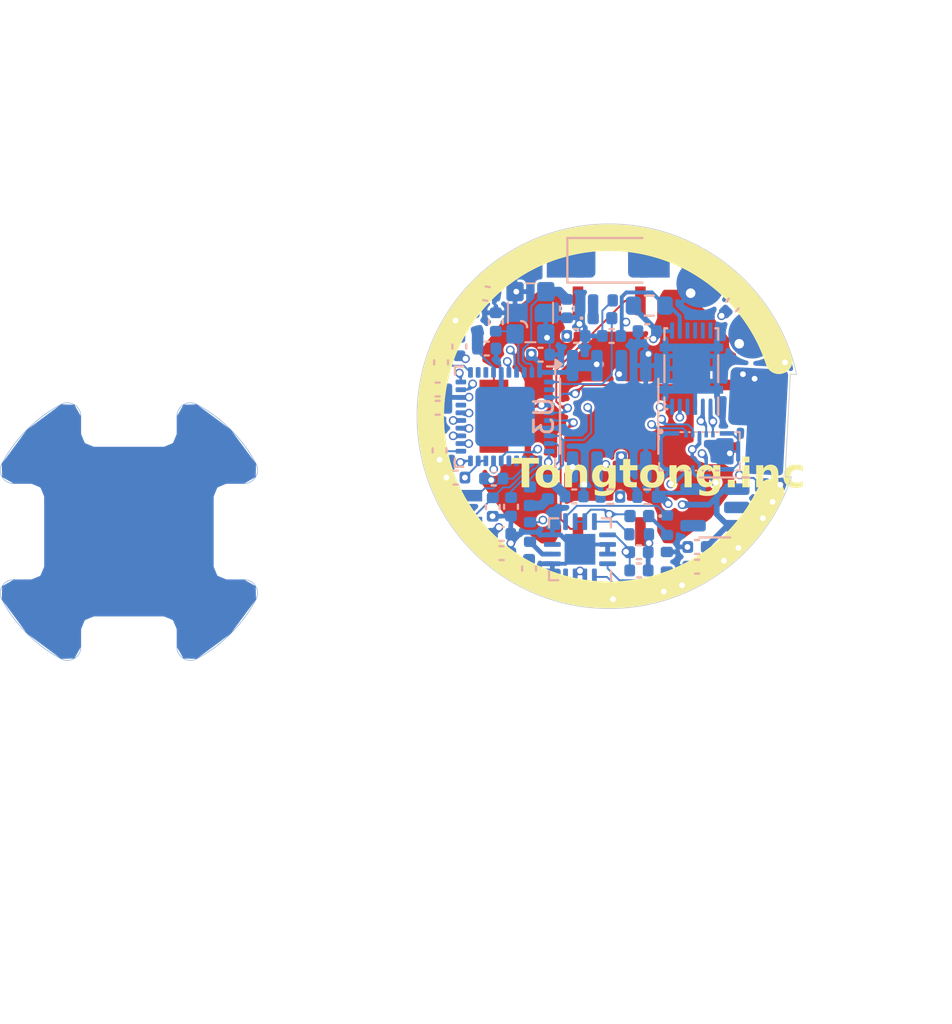
<source format=kicad_pcb>
(kicad_pcb (version 20240108) (generator "pcbnew") (generator_version "8.0")
  (layers (0 "F.Cu" signal) (1 "In1.Cu" signal) (2 "In2.Cu" signal) (31 "B.Cu" signal) (34 "B.Paste" user) (35 "F.Paste" user) (36 "B.SilkS" user "B.Silkscreen") (37 "F.SilkS" user "F.Silkscreen") (38 "B.Mask" user) (39 "F.Mask" user) (44 "Edge.Cuts" user))
  (net 0 "")
  (net 1 "GND")
  (net 2 "VDD_nRF")
  (net 3 "VBUS")
  (net 4 "BLUE_LED")
  (net 5 "Net-(D1-K)")
  (net 6 "swc")
  (net 7 "swd")
  (net 8 "OUT")
  (net 9 "vBAT")
  (net 10 "1.8V")
  (net 11 "Batteryin")
  (net 12 "Net-(D2-K)")
  (net 13 "Net-(AE1-A)")
  (net 14 "P0.15")
  (net 15 "P0.17")
  (net 16 "CE")
  (net 17 "RESET")
  (net 18 "P0.20")
  (net 19 "Net-(U2-P0.00{slash}XL1)")
  (net 20 "Net-(U2-P0.01{slash}XL2)")
  (net 21 "Net-(U2-DEC1)")
  (net 22 "Net-(U2-DECUSB)")
  (net 23 "Net-(U2-DEC4)")
  (net 24 "Net-(U2-DEC5)")
  (net 25 "Net-(U2-ANT)")
  (net 26 "Net-(U2-XC2)")
  (net 27 "Net-(U2-XC1)")
  (net 28 "Net-(U2-DEC3)")
  (net 29 "Net-(C19-Pad2)")
  (net 30 "Net-(L1-Pad1)")
  (net 31 "Net-(U2-DCC)")
  (net 32 "Net-(U5-ILIM)")
  (net 33 "Net-(U5-ISET)")
  (net 34 "Net-(U5-EN1)")
  (net 35 "Net-(U5-~{CHG})")
  (net 36 "Net-(U5-TS)")
  (net 42 "DIR")
  (net 43 "ASOUT")
  (net 47 "P0.28")
  (net 48 "P0.29")
  (net 49 "P0.30")
  (net 52 "D-")
  (net 53 "D+")
  (net 54 "TS")
  (net 55 "GPOUT")
  (net 56 "P0.31")
  (footprint "Library:SMDButton" (layer "F.Cu") (at 171 89)
    (property "Reference" "U9" (hide yes))
    (property "Value" "Button")
  )
  (footprint "Library:SMDButton" (layer "F.Cu") (at 177 95 90)
    (property "Reference" "U10" (hide yes))
    (property "Value" "Button")
  )
  (footprint "" (layer "F.Cu") (at 178.99 98.62)
    (property "Reference" "")
    (property "Value" "")
  )
  (footprint "" (layer "F.Cu") (at 179.121196 96.534972 -3)
    (property "Reference" "")
    (property "Value" "")
  )
  (footprint "Library:SMDButton" (layer "F.Cu") (at 171 101 180)
    (property "Reference" "U6" (hide yes))
    (property "Value" "Button")
  )
  (footprint "" (layer "F.Cu") (at 178.755903 94.012005 -3)
    (property "Reference" "")
    (property "Value" "")
  )
  (footprint "Library:SMDButton" (layer "F.Cu") (at 165 95 -90)
    (property "Reference" "U8" (hide yes))
    (property "Value" "Button")
  )
  (footprint "Capacitor_SMD:C_0402_1005Metric" (layer "B.Cu") (at 177.410589 89.214411 45)
    (property "Reference" "C12" (hide yes))
    (property "Value" "0.47uF")
  )
  (footprint "Capacitor_SMD:C_0402_1005Metric" (layer "B.Cu") (at 164.99 98.24 180)
    (property "Reference" "C3" (hide yes))
    (property "Value" "12pF")
  )
  (footprint "Capacitor_SMD:C_0402_1005Metric" (layer "B.Cu") (at 175.575 102.825 180)
    (property "Reference" "C26" (hide yes))
    (property "Value" "10uF")
  )
  (footprint "Library:pogo_T1836" (layer "B.Cu") (at 178.45 90.75 180)
    (property "Reference" "REF**" (hide yes))
    (property "Value" "pogo_T1836")
  )
  (footprint "Inductor_SMD:L_0402_1005Metric" (layer "B.Cu") (at 167.232342 86.533382 22)
    (property "Reference" "L4" (hide yes))
    (property "Value" "2.2nH")
  )
  (footprint "Library:Resistor_0402_1005M-nosilk" (layer "B.Cu") (at 166.88 101.02 -90)
    (property "Reference" "R7" (hide yes))
    (property "Value" "10K")
  )
  (footprint "Resistor_SMD:R_0603_1608Metric" (layer "B.Cu") (at 173.086772 89.247942)
    (property "Reference" "R1" (hide yes))
    (property "Value" "0.01")
  )
  (footprint "LED_SMD:LED_0402_1005Metric" (layer "B.Cu") (at 170.65 89.9)
    (property "Reference" "D1" (hide yes))
    (property "Value" "BLUE")
  )
  (footprint "RF_Antenna:Johanson_2450AT18x100" (layer "B.Cu") (at 171.132653 86.889827)
    (property "Reference" "AE1" (hide yes))
    (property "Value" "Antenna")
  )
  (footprint "Inductor_SMD:L_0402_1005Metric" (layer "B.Cu") (at 164.022792 90.112453 104)
    (property "Reference" "L3" (hide yes))
    (property "Value" "4.7nH")
  )
  (footprint "Capacitor_SMD:C_0402_1005Metric" (layer "B.Cu") (at 165.397995 101.12)
    (property "Reference" "C21" (hide yes))
    (property "Value" "1uF")
  )
  (footprint "Capacitor_SMD:C_0402_1005Metric" (layer "B.Cu") (at 171.125 90.825 180)
    (property "Reference" "C4" (hide yes))
    (property "Value" "1uF")
  )
  (footprint "Inductor_SMD:L_0402_1005Metric" (layer "B.Cu") (at 166.87 99.16 90)
    (property "Reference" "L1" (hide yes))
    (property "Value" "10uH")
  )
  (footprint "Library:BK13C06-10DS" (layer "B.Cu") (at 175.7 96.825)
    (property "Reference" "U7" (hide yes))
    (property "Value" "~")
  )
  (footprint "Capacitor_SMD:C_0402_1005Metric" (layer "B.Cu") (at 168.8 89.4 90)
    (property "Reference" "C16" (hide yes))
    (property "Value" "12pF")
  )
  (footprint "Capacitor_SMD:C_0402_1005Metric" (layer "B.Cu") (at 165.1 90.1 -90)
    (property "Reference" "C17" (hide yes))
    (property "Value" "12pF")
  )
  (footprint "Capacitor_SMD:C_0402_1005Metric" (layer "B.Cu") (at 164.94 99.72 -90)
    (property "Reference" "C2" (hide yes))
    (property "Value" "12pF")
  )
  (footprint "Inductor_SMD:L_0402_1005Metric" (layer "B.Cu") (at 167.81 98.81 -90)
    (property "Reference" "L2" (hide yes))
    (property "Value" "15nH")
  )
  (footprint "Package_DFN_QFN:VQFN-16-1EP_3x3mm_P0.5mm_EP1.6x1.6mm" (layer "B.Cu") (at 169.48 101.92 90)
    (property "Reference" "U5" (hide yes))
    (property "Value" "BQ24075RGT")
  )
  (footprint "Library:crystal 32mhz" (layer "B.Cu") (at 166.9 89.62 90)
    (property "Reference" "X2" (hide yes))
    (property "Value" "32MHZ")
  )
  (footprint "Library:Crystal_SMD_2012-2Pin_2.0x1.2mm" (layer "B.Cu") (at 163.84 99.83 90)
    (property "Reference" "X1")
    (property "Value" "32.768 kHz")
  )
  (footprint "Library:Resistor_0402_1005M-nosilk" (layer "B.Cu") (at 174.011227 100.666601 -90)
    (property "Reference" "R9" (hide yes))
    (property "Value" "180")
  )
  (footprint "Capacitor_SMD:C_0402_1005Metric" (layer "B.Cu") (at 169.275 90.825 180)
    (property "Reference" "C18" (hide yes))
    (property "Value" "100pF")
  )
  (footprint "Resistor_SMD:R_0402_1005Metric" (layer "B.Cu") (at 172.98 99.19 180)
    (property "Reference" "R8" (hide yes))
    (property "Value" "4.7K")
  )
  (footprint "Capacitor_SMD:C_0402_1005Metric" (layer "B.Cu") (at 163.01 98.19 180)
    (property "Reference" "C13" (hide yes))
    (property "Value" "100nF")
  )
  (footprint "Capacitor_SMD:C_0402_1005Metric" (layer "B.Cu") (at 167.425 91.8)
    (property "Reference" "C23" (hide yes))
    (property "Value" "1uF")
  )
  (footprint "Capacitor_SMD:C_0402_1005Metric" (layer "B.Cu") (at 163.2 91.375 90)
    (property "Reference" "C9" (hide yes))
    (property "Value" "1uF")
  )
  (footprint "Capacitor_SMD:C_0402_1005Metric" (layer "B.Cu") (at 164.611464 88.623255 170)
    (property "Reference" "C19" (hide yes))
    (property "Value" "1.2pF")
  )
  (footprint "Library:pogo_T1836" (layer "B.Cu") (at 175.75 88.1 180)
    (property "Reference" "REF**" (hide yes))
    (property "Value" "pogo_T1836")
  )
  (footprint "Library:Resistor_0402_1005M-nosilk" (layer "B.Cu") (at 172.595453 104.031759)
    (property "Reference" "TH1" (hide yes))
    (property "Value" "10K")
  )
  (footprint "Capacitor_SMD:C_0402_1005Metric" (layer "B.Cu") (at 165.4 102.12)
    (property "Reference" "C20" (hide yes))
    (property "Value" "100nF")
  )
  (footprint "Capacitor_SMD:C_0402_1005Metric" (layer "B.Cu") (at 172.55 102.07)
    (property "Reference" "C6" (hide yes))
    (property "Value" "4.7uF")
  )
  (footprint "Library:QFN-40-1EP_5x5mm_P0.4mm_EP3.6x3.6mm" (layer "B.Cu") (at 165.58 95.02 90)
    (property "Reference" "U2" (hide yes))
    (property "Value" "nrf52833_qfn40")
  )
  (footprint "Capacitor_SMD:C_0402_1005Metric" (layer "B.Cu") (at 172.55 103.02)
    (property "Reference" "C24" (hide yes))
    (property "Value" "1uF")
  )
  (footprint "Capacitor_SMD:C_0402_1005Metric" (layer "B.Cu") (at 165.89 99.71 -90)
    (property "Reference" "C5" (hide yes))
    (property "Value" "100nF")
  )
  (footprint "Library:Resistor_0402_1005M-nosilk" (layer "B.Cu") (at 174.001959 102.56867 90)
    (property "Reference" "R5" (hide yes))
    (property "Value" "590")
  )
  (footprint "Library:Resistor_0402_1005M-nosilk" (layer "B.Cu") (at 172.56 101.14)
    (property "Reference" "R4" (hide yes))
    (property "Value" "1.1k")
  )
  (footprint "Capacitor_SMD:C_0402_1005Metric" (layer "B.Cu") (at 164.63 91.48 180)
    (property "Reference" "C15" (hide yes))
    (property "Value" "1pF")
  )
  (footprint "Capacitor_SMD:C_0402_1005Metric" (layer "B.Cu") (at 172.98 90.575)
    (property "Reference" "C25" (hide yes))
    (property "Value" "10uF")
  )
  (footprint "Capacitor_SMD:C_0402_1005Metric" (layer "B.Cu") (at 162.07 94.558966 180)
    (property "Reference" "C7" (hide yes))
    (property "Value" "1uF")
  )
  (footprint "LED_SMD:LED_0402_1005Metric" (layer "B.Cu") (at 172.57 100.19 180)
    (property "Reference" "D2" (hide yes))
    (property "Value" "LED")
  )
  (footprint "Resistor_SMD:R_0402_1005Metric" (layer "B.Cu") (at 171.06 99.18 180)
    (property "Reference" "R6" (hide yes))
    (property "Value" "4.7K")
  )
  (footprint "Capacitor_SMD:C_0402_1005Metric" (layer "B.Cu") (at 166.83 102.92 -90)
    (property "Reference" "C10" (hide yes))
    (property "Value" "100nF")
  )
  (footprint "Capacitor_SMD:C_0402_1005Metric" (layer "B.Cu") (at 162.07 93.61)
    (property "Reference" "C1" (hide yes))
    (property "Value" "4.7uF")
  )
  (footprint "Library:SOIC-8-1EP_3.9x4.9mm_P1.27mm_EP2.514x3.2mm" (layer "B.Cu") (at 171 95 -90)
    (property "Reference" "U3")
    (property "Value" "AS5600")
  )
  (footprint "Capacitor_SMD:C_0402_1005Metric" (layer "B.Cu") (at 175.572732 101.8 180)
    (property "Reference" "C22" (hide yes))
    (property "Value" "1uF")
  )
  (footprint "Package_TO_SOT_SMD:SOT-23-5" (layer "B.Cu") (at 176.505445 99.743731 180)
    (property "Reference" "U4" (hide yes))
    (property "Value" "AP2112K-3.3")
  )
  (footprint "Capacitor_SMD:C_0402_1005Metric" (layer "B.Cu") (at 169.18 99.17)
    (property "Reference" "C11" (hide yes))
    (property "Value" "47nF")
  )
  (footprint "Library:Resistor_0402_1005M-nosilk" (layer "B.Cu") (at 170.675 88.975 180)
    (property "Reference" "R2" (hide yes))
    (property "Value" "1.5k")
  )
  (footprint "Package_SON:Texas_S-PDSO-N12" (layer "B.Cu") (at 175.275 92.525 90)
    (property "Reference" "U1" (hide yes))
    (property "Value" "BQ27441-G1")
  )
  (footprint "Capacitor_SMD:C_0402_1005Metric" (layer "B.Cu") (at 162.25 92.2 90)
    (property "Reference" "C14" (hide yes))
    (property "Value" "820pF")
  )
  (footprint "Capacitor_SMD:C_0402_1005Metric" (layer "B.Cu") (at 162.17 96.78 90)
    (property "Reference" "C8" (hide yes))
    (property "Value" "4.7uF")
  )
  (footprint "Library:Resistor_0402_1005M-nosilk" (layer "B.Cu") (at 170.613618 104.367594)
    (property "Reference" "R3" (hide yes))
    (property "Value" "100K")
  )
  (gr_line (start 143.5 95.9) (end 143.5 95.000001) (stroke (width 0.02)) (layer "B.Cu"))
  (gr_line (start 143.5 107) (end 143.5 106.099999) (stroke (width 0.02)) (layer "B.Cu"))
  (gr_arc (start 149.529412 107.617647) (mid 148.839853 107.600245) (end 148.5 107) (stroke (width 0.02)) (layer "B.Cu"))
  (gr_arc (start 163.908405 89.642102) (mid 163.989279 89.083834) (end 164.138757 88.539904) (stroke (width 0.6)) (layer "B.Cu") (net 29))
  (gr_arc (start 142.470588 94.382353) (mid 143.160147 94.399755) (end 143.5 95.000001) (stroke (width 0.02)) (layer "B.Cu"))
  (gr_arc (start 140 98.5) (mid 139.399755 98.160147) (end 139.382353 97.470588) (stroke (width 0.02)) (layer "B.Cu"))
  (gr_arc (start 141.6 102.800001) (mid 141.394974 103.294975) (end 140.9 103.5) (stroke (width 0.02)) (layer "B.Cu"))
  (gr_line (start 147.8 96.6) (end 144.199999 96.6) (stroke (width 0.02)) (layer "B.Cu"))
  (gr_arc (start 164.138756 88.539904) (mid 165.294028 87.385993) (end 166.782658 86.715066) (stroke (width 0.6)) (layer "B.Cu") (net 29))
  (gr_arc (start 139.382353 104.529412) (mid 139.399755 103.839853) (end 140.000001 103.5) (stroke (width 0.02)) (layer "B.Cu"))
  (gr_poly (pts (xy 152 98.5) (xy 152.600245 98.160147) (xy 152.617647 97.470588) (xy 151.303301 95.696699) (xy 149.529412 94.382353) (xy 148.839853 94.399755) (xy 148.5 95) (xy 148.5 95.9) (xy 148.294975 96.394975) (xy 147.8 96.6) (xy 144.199999 96.6) (xy 143.705025 96.394975) (xy 143.5 95.9) (xy 143.5 95.000001) (xy 143.160147 94.399755) (xy 142.470588 94.382353) (xy 140.696699 95.696699) (xy 139.382353 97.470588) (xy 139.399755 98.160147) (xy 140 98.5) (xy 140.900001 98.5) (xy 141.394975 98.705025) (xy 141.6 99.199998) (xy 141.6 102.800001) (xy 141.394975 103.294975) (xy 140.9 103.5) (xy 140.000001 103.5) (xy 139.399755 103.839853) (xy 139.382353 104.529412) (xy 140.696699 106.303301) (xy 142.470588 107.617647) (xy 143.160147 107.600245) (xy 143.5 107) (xy 143.5 106.099999) (xy 143.705025 105.605025) (xy 144.199998 105.4) (xy 147.8 105.4) (xy 148.294975 105.605025) (xy 148.5 106.1) (xy 148.5 107) (xy 148.839853 107.600245) (xy 149.529412 107.617647) (xy 151.303301 106.303301) (xy 152.617647 104.529412) (xy 152.600245 103.839853) (xy 152 103.5) (xy 151.1 103.5) (xy 150.605025 103.294975) (xy 150.4 102.8) (xy 150.4 99.2) (xy 150.605025 98.705025) (xy 151.1 98.5)) (fill solid) (layer "B.Cu"))
  (gr_arc (start 142.470588 107.617647) (mid 140.696699 106.303301) (end 139.382353 104.529412) (stroke (width 0.02)) (layer "B.Cu"))
  (gr_arc (start 152 103.5) (mid 152.600245 103.839853) (end 152.617647 104.529412) (stroke (width 0.02)) (layer "B.Cu"))
  (gr_arc (start 147.8 105.4) (mid 148.294975 105.605025) (end 148.5 106.1) (stroke (width 0.02)) (layer "B.Cu"))
  (gr_arc (start 148.5 95) (mid 148.839853 94.399755) (end 149.529412 94.382353) (stroke (width 0.02)) (layer "B.Cu"))
  (gr_line (start 151.1 98.5) (end 152 98.5) (stroke (width 0.02)) (layer "B.Cu"))
  (gr_line (start 148.5 95) (end 148.5 95.9) (stroke (width 0.02)) (layer "B.Cu"))
  (gr_line (start 150.4 102.8) (end 150.4 99.2) (stroke (width 0.02)) (layer "B.Cu"))
  (gr_line (start 140.9 103.5) (end 140.000001 103.5) (stroke (width 0.02)) (layer "B.Cu"))
  (gr_line (start 144.199998 105.4) (end 147.8 105.4) (stroke (width 0.02)) (layer "B.Cu"))
  (gr_line (start 141.6 99.199998) (end 141.6 102.800001) (stroke (width 0.02)) (layer "B.Cu"))
  (gr_arc (start 144.199999 96.6) (mid 143.705025 96.394974) (end 143.5 95.9) (stroke (width 0.02)) (layer "B.Cu"))
  (gr_arc (start 152.617647 97.470588) (mid 152.600245 98.160147) (end 152 98.5) (stroke (width 0.02)) (layer "B.Cu"))
  (gr_line (start 152 103.5) (end 151.1 103.5) (stroke (width 0.02)) (layer "B.Cu"))
  (gr_rect (start 167.75221 85.989827) (end 169.682653 87.789827) (fill solid) (layer "B.Cu") (net 13))
  (gr_arc (start 140.900001 98.5) (mid 141.394974 98.705025) (end 141.6 99.199998) (stroke (width 0.02)) (layer "B.Cu"))
  (gr_arc (start 151.1 103.5) (mid 150.605025 103.294975) (end 150.4 102.8) (stroke (width 0.02)) (layer "B.Cu"))
  (gr_poly (pts (xy 174.15221 85.989827) (xy 172.582653 85.989827) (xy 172.582653 87.789827) (xy 174.15221 87.789827)) (fill solid) (layer "B.Cu"))
  (gr_arc (start 149.529412 94.382353) (mid 151.303301 95.696699) (end 152.617647 97.470588) (stroke (width 0.02)) (layer "B.Cu"))
  (gr_line (start 140 98.5) (end 140.900001 98.5) (stroke (width 0.02)) (layer "B.Cu"))
  (gr_arc (start 139.382353 97.470588) (mid 140.696699 95.696699) (end 142.470588 94.382353) (stroke (width 0.02)) (layer "B.Cu"))
  (gr_arc (start 148.5 95.9) (mid 148.294975 96.394975) (end 147.8 96.6) (stroke (width 0.02)) (layer "B.Cu"))
  (gr_line (start 148.5 106.1) (end 148.5 107) (stroke (width 0.02)) (layer "B.Cu"))
  (gr_arc (start 143.5 106.099999) (mid 143.705025 105.605026) (end 144.199998 105.4) (stroke (width 0.02)) (layer "B.Cu"))
  (gr_arc (start 150.4 99.2) (mid 150.605025 98.705025) (end 151.1 98.5) (stroke (width 0.02)) (layer "B.Cu"))
  (gr_arc (start 152.617647 104.529412) (mid 151.303301 106.303301) (end 149.529412 107.617647) (stroke (width 0.02)) (layer "B.Cu"))
  (gr_arc (start 143.5 107) (mid 143.160147 107.600245) (end 142.470588 107.617647) (stroke (width 0.02)) (layer "B.Cu"))
  (gr_arc (start 170.99996 85.700041) (mid 176.456607 87.469092) (end 179.837302 92.103253) (stroke (width 1.4)) (layer "F.SilkS"))
  (gr_arc (start 170.999959 85.70004) (mid 176.456606 87.469091) (end 179.837301 92.103252) (stroke (width 1.4)) (layer "F.SilkS"))
  (gr_arc (start 179.408768 98.972691) (mid 163.143892 99.977205) (end 170.99996 85.700041) (stroke (width 1.4)) (layer "F.SilkS"))
  (gr_arc (start 179.408767 98.97269) (mid 163.143889 99.977204) (end 170.999959 85.70004) (stroke (width 1.4)) (layer "F.SilkS"))
  (gr_line (start 180.486833 98.162278) (end 180.15361 98.145089) (stroke (width 0.05)) (layer "Edge.Cuts"))
  (gr_arc (start 180.486833 98.162278) (mid 161.013279 94.48482) (end 180.761871 92.830695) (stroke (width 0.05)) (layer "Edge.Cuts"))
  (gr_line (start 180.428648 92.813506) (end 180.15361 98.145089) (stroke (width 0.05)) (layer "Edge.Cuts"))
  (gr_line (start 180.761871 92.830695) (end 180.428648 92.813506) (stroke (width 0.05)) (layer "Edge.Cuts"))
  (gr_text "Tongtong.inc" (at 165.925 98.95 0) (layer "F.SilkS") (effects (font (size 1.5 1.5) (thickness 0.3) (bold yes)) (justify left bottom)))
  (segment (start 169.375 90.125) (end 169.45 90.2) (width 0.1) (layer "F.Cu") (net 1))
  (segment (start 165 93.375) (end 165 92.289829) (width 0.1) (layer "F.Cu") (net 1))
  (segment (start 169.375 89) (end 169.375 90.125) (width 0.1) (layer "F.Cu") (net 1))
  (segment (start 165 92.289829) (end 164.975281 92.26511) (width 0.1) (layer "F.Cu") (net 1))
  (via (at 164.860188 98.320188) (size 0.45) (drill 0.3) (layers "F.Cu" "B.Cu") (net 1))
  (via (at 176.974773 102.514392) (size 0.45) (drill 0.3) (layers "F.Cu" "B.Cu") (net 1))
  (via (at 175.075 101.8) (size 0.45) (drill 0.3) (layers "F.Cu" "B.Cu") (net 1))
  (via (at 180.15 92.2) (size 0.45) (drill 0.3) (layers "F.Cu" "B.Cu") (net 1))
  (via (at 162.53 98.19) (size 0.45) (drill 0.3) (layers "F.Cu" "B.Cu") (net 1))
  (via (at 162.17 97.26) (size 0.45) (drill 0.3) (layers "F.Cu" "B.Cu") (net 1))
  (via (at 173.07 101.6) (size 0.45) (drill 0.3) (layers "F.Cu" "B.Cu") (net 1))
  (via (at 163.002637 90.024235) (size 0.45) (drill 0.3) (layers "F.Cu" "B.Cu") (net 1))
  (via (at 169.7 98.55) (size 0.45) (drill 0.3) (layers "F.Cu" "B.Cu") (net 1))
  (via (at 164.93 100.2) (size 0.45) (drill 0.3) (layers "F.Cu" "B.Cu") (net 1))
  (via (at 169.45 90.2) (size 0.45) (drill 0.3) (layers "F.Cu" "B.Cu") (net 1))
  (via (at 179.911016 98.562057) (size 0.45) (drill 0.3) (layers "F.Cu" "B.Cu") (net 1))
  (via (at 174.794755 103.788534) (size 0.45) (drill 0.3) (layers "F.Cu" "B.Cu") (net 1))
  (via (at 173.847847 104.118323) (size 0.45) (drill 0.3) (layers "F.Cu" "B.Cu") (net 1))
  (via (at 179.003299 100.302672) (size 0.45) (drill 0.3) (layers "F.Cu" "B.Cu") (net 1))
  (via (at 171.19736 104.516761) (size 0.45) (drill 0.3) (layers "F.Cu" "B.Cu") (net 1))
  (via (at 166.164828 88.52) (size 0.45) (drill 0.3) (layers "F.Cu" "B.Cu") (net 1))
  (via (at 177.728879 101.845893) (size 0.45) (drill 0.3) (layers "F.Cu" "B.Cu") (net 1))
  (via (at 167.764828 90.9145) (size 0.45) (drill 0.3) (layers "F.Cu" "B.Cu") (net 1))
  (via (at 165.877995 101.606387) (size 0.45) (drill 0.3) (layers "F.Cu" "B.Cu") (net 1))
  (via (at 173.042312 91.762312) (size 0.45) (drill 0.3) (layers "F.Cu" "B.Cu") (net 1))
  (via (at 177.28 96.93) (size 0.45) (drill 0.3) (layers "F.Cu" "B.Cu") (net 1))
  (via (at 175.24 88.6) (size 0.8) (drill 0.5) (layers "F.Cu" "B.Cu") (net 1))
  (via (at 179.50516 99.451662) (size 0.45) (drill 0.3) (layers "F.Cu" "B.Cu") (net 1))
  (segment (start 169.45 90.2) (end 169.45 90.52) (width 0.1) (layer "B.Cu") (net 1))
  (segment (start 166.1 88.52) (end 166.1 88.57) (width 0.1) (layer "B.Cu") (net 1))
  (segment (start 166.18 95.62) (end 165.58 95.02) (width 0.25) (layer "B.Cu") (net 1))
  (segment (start 164.94 100.2) (end 164.93 100.2) (width 0.1) (layer "B.Cu") (net 1))
  (segment (start 165.877995 102.117995) (end 165.88 102.12) (width 0.1) (layer "B.Cu") (net 1))
  (segment (start 169.225489 101.92) (end 169.48 101.92) (width 0.25) (layer "B.Cu") (net 1))
  (segment (start 177.715 97.475) (end 177.4325 97.7575) (width 0.1) (layer "B.Cu") (net 1))
  (segment (start 167.88 95.62) (end 166.18 95.62) (width 0.25) (layer "B.Cu") (net 1))
  (segment (start 173.105453 104.031759) (end 173.761283 104.031759) (width 0.1) (layer "B.Cu") (net 1))
  (segment (start 177.475 88.6) (end 177.75 88.875) (width 0.1) (layer "B.Cu") (net 1))
  (segment (start 172.905 91.899624) (end 173.042312 91.762312) (width 0.1) (layer "B.Cu") (net 1))
  (segment (start 165.58 95.02) (end 165.485188 94.925188) (width 0.1) (layer "B.Cu") (net 1))
  (segment (start 177.385 96.825) (end 177.28 96.93) (width 0.1) (layer "B.Cu") (net 1))
  (segment (start 165.38 92.72) (end 165.38 94.82) (width 0.25) (layer "B.Cu") (net 1))
  (segment (start 170.9175 101.67) (end 169.73 101.67) (width 0.2) (layer "B.Cu") (net 1))
  (segment (start 169.45 90.52) (end 169.755 90.825) (width 0.1) (layer "B.Cu") (net 1))
  (segment (start 167.2695 101.035) (end 167.4045 101.17) (width 0.25) (layer "B.Cu") (net 1))
  (segment (start 164.590188 98.320188) (end 164.51 98.24) (width 0.1) (layer "B.Cu") (net 1))
  (segment (start 169.66 99.17) (end 169.66 98.59) (width 0.1) (layer "B.Cu") (net 1))
  (segment (start 172.905 92.3625) (end 172.905 91.899624) (width 0.1) (layer "B.Cu") (net 1))
  (segment (start 162.53 98.19) (end 162.54 98.18) (width 0.1) (layer "B.Cu") (net 1))
  (segment (start 169.73 101.67) (end 169.48 101.92) (width 0.2) (layer "B.Cu") (net 1))
  (segment (start 168.0425 102.67) (end 168.73 102.67) (width 0.2) (layer "B.Cu") (net 1))
  (segment (start 171.19736 104.516761) (end 171.202148 104.511973) (width 0.1) (layer "B.Cu") (net 1))
  (segment (start 165.320578 92.180578) (end 165.320578 92.660578) (width 0.1) (layer "B.Cu") (net 1))
  (segment (start 165.877995 101.606387) (end 165.877995 102.117995) (width 0.1) (layer "B.Cu") (net 1))
  (segment (start 168.0425 101.17) (end 168.475489 101.17) (width 0.25) (layer "B.Cu") (net 1))
  (segment (start 165.485188 94.925188) (end 165.485188 93.614812) (width 0.1) (layer "B.Cu") (net 1))
  (segment (start 170.645 90.825) (end 170.645 89.515) (width 0.1) (layer "B.Cu") (net 1))
  (segment (start 177.715 97.0775) (end 177.715 96.825) (width 0.1) (layer "B.Cu") (net 1))
  (segment (start 177.715 96.825) (end 177.715 97.475) (width 0.1) (layer "B.Cu") (net 1))
  (segment (start 167.4045 101.17) (end 168.0425 101.17) (width 0.25) (layer "B.Cu") (net 1))
  (segment (start 173.03 101.64) (end 173.07 101.6) (width 0.1) (layer "B.Cu") (net 1))
  (segment (start 167.905 91.054672) (end 167.905 91.8) (width 0.1) (layer "B.Cu") (net 1))
  (segment (start 165.877995 101.606387) (end 165.877995 101.12) (width 0.1) (layer "B.Cu") (net 1))
  (segment (start 177.715 96.825) (end 177.715 96.205) (width 0.1) (layer "B.Cu") (net 1))
  (segment (start 168.73 102.67) (end 169.48 101.92) (width 0.2) (layer "B.Cu") (net 1))
  (segment (start 175.475 93.4625) (end 175.7625 93.175) (width 0.2) (layer "B.Cu") (net 1))
  (segment (start 170.645 89.515) (end 171.185 88.975) (width 0.1) (layer "B.Cu") (net 1))
  (segment (start 177.4325 97.7575) (end 177.135 97.7575) (width 0.1) (layer "B.Cu") (net 1))
  (segment (start 167.764828 90.9145) (end 167.905 91.054672) (width 0.1) (layer "B.Cu") (net 1))
  (segment (start 171.19736 104.441336) (end 171.19736 104.516761) (width 0.1) (layer "B.Cu") (net 1))
  (segment (start 167.7 90.72) (end 167.764828 90.784828) (width 0.1) (layer "B.Cu") (net 1))
  (segment (start 177.715 96.205) (end 177.4025 95.8925) (width 0.1) (layer "B.Cu") (net 1))
  (segment (start 175.24 88.6) (end 177.475 88.6) (width 0.1) (layer "B.Cu") (net 1))
  (segment (start 177.135 97.7575) (end 176.445 97.7575) (width 0.18) (layer "B.Cu") (net 1))
  (segment (start 167.7 90.72) (end 167.7 90.77) (width 0.1) (layer "B.Cu") (net 1))
  (segment (start 173.07 101.14) (end 173.07 101.6) (width 0.1) (layer "B.Cu") (net 1))
  (segment (start 173.761283 104.031759) (end 173.847847 104.118323) (width 0.1) (layer "B.Cu") (net 1))
  (segment (start 175.092732 101.8) (end 175.075 101.8) (width 0.1) (layer "B.Cu") (net 1))
  (segment (start 167.764828 90.784828) (end 167.764828 90.9145) (width 0.1) (layer "B.Cu") (net 1))
  (segment (start 167.7 90.77) (end 167.85 90.92) (width 0.1) (layer "B.Cu") (net 1))
  (segment (start 173.105453 104.031759) (end 172.620451 104.516761) (width 0.1) (layer "B.Cu") (net 1))
  (segment (start 176.445 97.7575) (end 176.4 97.7125) (width 0.18) (layer "B.Cu") (net 1))
  (segment (start 165.320578 92.660578) (end 165.38 92.72) (width 0.1) (layer "B.Cu") (net 1))
  (segment (start 165.38 94.82) (end 165.58 95.02) (width 0.25) (layer "B.Cu") (net 1))
  (segment (start 168.475489 101.17) (end 169.225489 101.92) (width 0.25) (layer "B.Cu") (net 1))
  (segment (start 171.123618 104.367594) (end 171.19736 104.441336) (width 0.1) (layer "B.Cu") (net 1))
  (segment (start 165.13 91.99) (end 165.320578 92.180578) (width 0.1) (layer "B.Cu") (net 1))
  (segment (start 169.66 98.59) (end 169.7 98.55) (width 0.1) (layer "B.Cu") (net 1))
  (segment (start 177.715 96.825) (end 177.385 96.825) (width 0.1) (layer "B.Cu") (net 1))
  (segment (start 177.4025 95.8925) (end 177.135 95.8925) (width 0.1) (layer "B.Cu") (net 1))
  (segment (start 164.860188 98.320188) (end 164.590188 98.320188) (width 0.1) (layer "B.Cu") (net 1))
  (segment (start 165.13 91.5) (end 165.13 91.99) (width 0.1) (layer "B.Cu") (net 1))
  (segment (start 165.877995 101.606387) (end 166.449382 101.035) (width 0.25) (layer "B.Cu") (net 1))
  (segment (start 166.449382 101.035) (end 167.2695 101.035) (width 0.25) (layer "B.Cu") (net 1))
  (segment (start 173.03 102.07) (end 173.03 101.64) (width 0.1) (layer "B.Cu") (net 1))
  (segment (start 175.475 94.5) (end 175.475 93.4625) (width 0.2) (layer "B.Cu") (net 1))
  (via (at 171.57 99.17) (size 0.45) (drill 0.3) (layers "F.Cu" "B.Cu") (net 2))
  (via (at 174.075 99.55) (size 0.45) (drill 0.3) (layers "F.Cu" "B.Cu") (net 2))
  (via (at 165.257553 100.780442) (size 0.45) (drill 0.3) (layers "F.Cu" "B.Cu") (net 2))
  (via (at 163.7055 94.00561) (size 0.45) (drill 0.3) (layers "F.Cu" "B.Cu") (net 2))
  (via (at 163.49 98.19) (size 0.45) (drill 0.3) (layers "F.Cu" "B.Cu") (net 2))
  (via (at 170.35 92.3) (size 0.45) (drill 0.3) (layers "F.Cu" "B.Cu") (net 2))
  (via (at 167.8295 97.390877) (size 0.45) (drill 0.3) (layers "F.Cu" "B.Cu") (net 2))
  (via (at 166.95 91.75) (size 0.45) (drill 0.3) (layers "F.Cu" "B.Cu") (net 2))
  (segment (start 173.8975 95.8925) (end 174.265 95.8925) (width 0.215) (layer "B.Cu") (net 2))
  (segment (start 171.57 99.17) (end 171.56 99.16) (width 0.1) (layer "B.Cu") (net 2))
  (segment (start 170.365 92.315) (end 170.35 92.3) (width 0.1) (layer "B.Cu") (net 2))
  (segment (start 173.909003 97.7575) (end 173.685 97.533497) (width 0.215) (layer "B.Cu") (net 2))
  (segment (start 162.55 93.61) (end 162.55 94) (width 0.55) (layer "B.Cu") (net 2))
  (segment (start 167.8295 97.390877) (end 167.88 97.340377) (width 0.1) (layer "B.Cu") (net 2))
  (segment (start 164.92 102.14) (end 164.92 102.12) (width 0.3) (layer "B.Cu") (net 2))
  (segment (start 167.38 92.72) (end 168.7375 92.72) (width 0.25) (layer "B.Cu") (net 2))
  (segment (start 163.28 94.02) (end 163.69111 94.02) (width 0.25) (layer "B.Cu") (net 2))
  (segment (start 167.88 97.340377) (end 167.88 96.82) (width 0.1) (layer "B.Cu") (net 2))
  (segment (start 164.35552 97.32) (end 163.49 98.18552) (width 0.1) (layer "B.Cu") (net 2))
  (segment (start 166.945 91.755) (end 166.95 91.75) (width 0.1) (layer "B.Cu") (net 2))
  (segment (start 173.49 99.19) (end 173.49 98.5325) (width 0.215) (layer "B.Cu") (net 2))
  (segment (start 167.38 92.72) (end 167.38 92.235) (width 0.25) (layer "B.Cu") (net 2))
  (segment (start 168.7375 92.72) (end 169.095 92.3625) (width 0.25) (layer "B.Cu") (net 2))
  (segment (start 173.49 98.5325) (end 174.265 97.7575) (width 0.215) (layer "B.Cu") (net 2))
  (segment (start 169.095 92.3625) (end 170.365 92.3625) (width 0.6) (layer "B.Cu") (net 2))
  (segment (start 167.38 92.235) (end 166.945 91.8) (width 0.25) (layer "B.Cu") (net 2))
  (segment (start 164.58 97.32) (end 164.35552 97.32) (width 0.1) (layer "B.Cu") (net 2))
  (segment (start 165.57 102.79) (end 164.92 102.14) (width 0.3) (layer "B.Cu") (net 2))
  (segment (start 173.685 97.533497) (end 173.685 96.825) (width 0.215) (layer "B.Cu") (net 2))
  (segment (start 173.685 96.105) (end 173.8975 95.8925) (width 0.215) (layer "B.Cu") (net 2))
  (segment (start 166.83 102.44) (end 166.48 102.79) (width 0.3) (layer "B.Cu") (net 2))
  (segment (start 173.69568 98.98432) (end 173.49 99.19) (width 0.215) (layer "B.Cu") (net 2))
  (segment (start 170.365 92.3625) (end 170.365 92.315) (width 0.1) (layer "B.Cu") (net 2))
  (segment (start 164.92 101.17) (end 164.92 102.12) (width 0.56) (layer "B.Cu") (net 2))
  (segment (start 162.57 94.02) (end 162.55 94) (width 0.25) (layer "B.Cu") (net 2))
  (segment (start 163.69111 94.02) (end 163.7055 94.00561) (width 0.25) (layer "B.Cu") (net 2))
  (segment (start 165.257553 100.780442) (end 164.917995 101.12) (width 0.4) (layer "B.Cu") (net 2))
  (segment (start 162.55 94) (end 162.55 94.558966) (width 0.55) (layer "B.Cu") (net 2))
  (segment (start 173.715 99.19) (end 174.075 99.55) (width 0.4) (layer "B.Cu") (net 2))
  (segment (start 174.265 97.7575) (end 173.909003 97.7575) (width 0.215) (layer "B.Cu") (net 2))
  (segment (start 171.57 99.18) (end 171.57 99.17) (width 0.1) (layer "B.Cu") (net 2))
  (segment (start 175.367945 98.793731) (end 175.177356 98.98432) (width 0.215) (layer "B.Cu") (net 2))
  (segment (start 163.49 98.18552) (end 163.49 98.19) (width 0.1) (layer "B.Cu") (net 2))
  (segment (start 163.28 94.02) (end 162.57 94.02) (width 0.25) (layer "B.Cu") (net 2))
  (segment (start 173.685 96.825) (end 173.685 96.105) (width 0.215) (layer "B.Cu") (net 2))
  (segment (start 166.48 102.79) (end 165.57 102.79) (width 0.3) (layer "B.Cu") (net 2))
  (segment (start 166.945 91.8) (end 166.945 91.755) (width 0.1) (layer "B.Cu") (net 2))
  (segment (start 175.177356 98.98432) (end 173.69568 98.98432) (width 0.215) (layer "B.Cu") (net 2))
  (segment (start 173.49 99.19) (end 173.715 99.19) (width 0.4) (layer "B.Cu") (net 2))
  (via (at 177.77 91.23) (size 0.8) (drill 0.5) (layers "F.Cu" "B.Cu") (net 3))
  (via (at 171.875 102.05) (size 0.45) (drill 0.3) (layers "F.Cu" "B.Cu") (net 3))
  (via (at 175.325 96.725) (size 0.45) (drill 0.3) (layers "F.Cu" "B.Cu") (net 3))
  (via (at 163.25 97.4) (size 0.45) (drill 0.3) (layers "F.Cu" "B.Cu") (net 3))
  (segment (start 175.325 96.725) (end 175.325 96.825) (width 0.3) (layer "B.Cu") (net 3))
  (segment (start 163.78 97.32) (end 163.33 97.32) (width 0.1) (layer "B.Cu") (net 3))
  (segment (start 170.9175 101.17) (end 171.295 101.17) (width 0.1) (layer "B.Cu") (net 3))
  (segment (start 175.325 97.095) (end 175.7 97.47) (width 0.18) (layer "B.Cu") (net 3))
  (segment (start 175.4 96.725) (end 175.7 96.425) (width 0.2) (layer "B.Cu") (net 3))
  (segment (start 172.07 102.07) (end 172.07 103.02) (width 0.1) (layer "B.Cu") (net 3))
  (segment (start 171.295 101.17) (end 172.07 101.945) (width 0.1) (layer "B.Cu") (net 3))
  (segment (start 163.33 97.32) (end 163.25 97.4) (width 0.1) (layer "B.Cu") (net 3))
  (segment (start 175.325 96.725) (end 175.4 96.725) (width 0.2) (layer "B.Cu") (net 3))
  (segment (start 172.07 102.07) (end 171.895 102.07) (width 0.1) (layer "B.Cu") (net 3))
  (segment (start 175.7 96.425) (end 175.7 95.9375) (width 0.2) (layer "B.Cu") (net 3))
  (segment (start 172.07 101.945) (end 172.07 102.07) (width 0.1) (layer "B.Cu") (net 3))
  (segment (start 175.7 97.47) (end 175.7 97.7125) (width 0.18) (layer "B.Cu") (net 3))
  (segment (start 171.895 102.07) (end 171.875 102.05) (width 0.1) (layer "B.Cu") (net 3))
  (segment (start 175.325 96.825) (end 175.325 97.095) (width 0.18) (layer "B.Cu") (net 3))
  (segment (start 171.135 92.829264) (end 171.135 89.9) (width 0.1) (layer "B.Cu") (net 4))
  (segment (start 167.88 93.22) (end 168.46 93.22) (width 0.1) (layer "B.Cu") (net 4))
  (segment (start 170.639264 93.325) (end 171.135 92.829264) (width 0.1) (layer "B.Cu") (net 4))
  (segment (start 168.565 93.325) (end 170.639264 93.325) (width 0.1) (layer "B.Cu") (net 4))
  (segment (start 168.46 93.22) (end 168.565 93.325) (width 0.1) (layer "B.Cu") (net 4))
  (segment (start 170.165 89.9) (end 170.165 88.975) (width 0.54) (layer "B.Cu") (net 5))
  (via (at 163.199979 92.750054) (size 0.45) (drill 0.3) (layers "F.Cu" "B.Cu") (net 6))
  (via (at 173.725 95.15) (size 0.45) (drill 0.3) (layers "F.Cu" "B.Cu") (net 6))
  (segment (start 175.1 95.425) (end 174 95.425) (width 0.1) (layer "B.Cu") (net 6))
  (segment (start 163.28 93.22) (end 163.28 92.830075) (width 0.1) (layer "B.Cu") (net 6))
  (segment (start 175.35 95.9375) (end 175.35 95.675) (width 0.1) (layer "B.Cu") (net 6))
  (segment (start 174 95.425) (end 173.725 95.15) (width 0.1) (layer "B.Cu") (net 6))
  (segment (start 175.35 95.675) (end 175.1 95.425) (width 0.1) (layer "B.Cu") (net 6))
  (segment (start 163.28 92.830075) (end 163.199979 92.750054) (width 0.1) (layer "B.Cu") (net 6))
  (via (at 173.206347 95.4245) (size 0.45) (drill 0.3) (layers "F.Cu" "B.Cu") (net 7))
  (via (at 163.893472 93.316129) (size 0.45) (drill 0.3) (layers "F.Cu" "B.Cu") (net 7))
  (segment (start 163.589601 93.62) (end 163.28 93.62) (width 0.1) (layer "B.Cu") (net 7))
  (segment (start 175 95.7925) (end 174.8325 95.625) (width 0.1) (layer "B.Cu") (net 7))
  (segment (start 174.8325 95.625) (end 173.406847 95.625) (width 0.1) (layer "B.Cu") (net 7))
  (segment (start 175 95.9375) (end 175 95.7925) (width 0.1) (layer "B.Cu") (net 7))
  (segment (start 163.893472 93.316129) (end 163.589601 93.62) (width 0.1) (layer "B.Cu") (net 7))
  (segment (start 173.406847 95.625) (end 173.206347 95.4245) (width 0.1) (layer "B.Cu") (net 7))
  (via (at 174.8 99.6) (size 0.45) (drill 0.3) (layers "F.Cu" "B.Cu") (net 8))
  (via (at 167.55 100.4) (size 0.45) (drill 0.3) (layers "F.Cu" "B.Cu") (net 8))
  (via (at 171 100.1) (size 0.45) (drill 0.3) (layers "F.Cu" "B.Cu") (net 8))
  (segment (start 169.73 100.17) (end 170.04 99.86) (width 0.1) (layer "B.Cu") (net 8))
  (segment (start 170.04 99.86) (end 170.76 99.86) (width 0.1) (layer "B.Cu") (net 8))
  (segment (start 169.73 100.4825) (end 169.73 100.17) (width 0.1) (layer "B.Cu") (net 8))
  (segment (start 167.44 100.51) (end 167.55 100.4) (width 0.1) (layer "B.Cu") (net 8))
  (segment (start 170.76 99.86) (end 171 100.1) (width 0.1) (layer "B.Cu") (net 8))
  (segment (start 171.995 100.1) (end 171 100.1) (width 0.1) (layer "B.Cu") (net 8))
  (segment (start 166.88 100.51) (end 167.44 100.51) (width 0.1) (layer "B.Cu") (net 8))
  (segment (start 177.003021 98.793731) (end 176.196752 99.6) (width 0.3) (layer "B.Cu") (net 8))
  (segment (start 176.052732 101.8) (end 176.052732 102.822732) (width 0.3) (layer "B.Cu") (net 8))
  (segment (start 172.085 100.19) (end 171.995 100.1) (width 0.1) (layer "B.Cu") (net 8))
  (segment (start 176.052732 102.822732) (end 176.055 102.825) (width 0.3) (layer "B.Cu") (net 8))
  (segment (start 177.642945 98.793731) (end 177.524214 98.675) (width 0.3) (layer "B.Cu") (net 8))
  (segment (start 177.159001 100.693731) (end 176.052732 101.8) (width 0.3) (layer "B.Cu") (net 8))
  (segment (start 177.193731 100.693731) (end 177.642945 100.693731) (width 0.3) (layer "B.Cu") (net 8))
  (segment (start 177.524214 98.675) (end 177.425736 98.675) (width 0.3) (layer "B.Cu") (net 8))
  (segment (start 177.642945 98.793731) (end 177.003021 98.793731) (width 0.3) (layer "B.Cu") (net 8))
  (segment (start 169.23 100.4825) (end 169.73 100.4825) (width 0.1) (layer "B.Cu") (net 8))
  (segment (start 176.196752 99.6) (end 174.8 99.6) (width 0.3) (layer "B.Cu") (net 8))
  (segment (start 177.642945 100.693731) (end 177.159001 100.693731) (width 0.3) (layer "B.Cu") (net 8))
  (segment (start 176.598376 99.198376) (end 176.598376 100.098376) (width 0.3) (layer "B.Cu") (net 8))
  (segment (start 176.598376 100.098376) (end 177.193731 100.693731) (width 0.3) (layer "B.Cu") (net 8))
  (via (at 169.48 103.044502) (size 0.45) (drill 0.3) (layers "F.Cu" "B.Cu") (net 9))
  (via (at 173.3 90.975) (size 0.45) (drill 0.3) (layers "F.Cu" "B.Cu") (net 9))
  (segment (start 169.48 103.044502) (end 169.48 103.1075) (width 0.1) (layer "B.Cu") (net 9))
  (segment (start 172.261772 89.247942) (end 172.261772 89.336067) (width 0.3) (layer "B.Cu") (net 9))
  (segment (start 169.48 103.1075) (end 169.73 103.3575) (width 0.1) (layer "B.Cu") (net 9))
  (segment (start 169.48 103.1075) (end 169.23 103.3575) (width 0.1) (layer "B.Cu") (net 9))
  (segment (start 173.46 90.534295) (end 173.46 90.575) (width 0.3) (layer "B.Cu") (net 9))
  (segment (start 173.46 90.575) (end 173.46 90.815) (width 0.4) (layer "B.Cu") (net 9))
  (segment (start 174.25 90.575) (end 174.275 90.55) (width 0.2) (layer "B.Cu") (net 9))
  (segment (start 173.46 90.815) (end 173.3 90.975) (width 0.4) (layer "B.Cu") (net 9))
  (segment (start 173.46 90.575) (end 174.25 90.575) (width 0.2) (layer "B.Cu") (net 9))
  (segment (start 172.261772 89.336067) (end 173.46 90.534295) (width 0.3) (layer "B.Cu") (net 9))
  (via (at 174.675 95.05) (size 0.45) (drill 0.3) (layers "F.Cu" "B.Cu") (net 10))
  (via (at 176.85 89.775) (size 0.45) (drill 0.3) (layers "F.Cu" "B.Cu") (net 10))
  (segment (start 177.071178 89.553822) (end 176.85 89.775) (width 0.1) (layer "B.Cu") (net 10))
  (segment (start 174.675 95.05) (end 174.675 94.5) (width 0.1) (layer "B.Cu") (net 10))
  (via (at 173.65 94.525) (size 0.45) (drill 0.3) (layers "F.Cu" "B.Cu") (net 11))
  (via (at 177.963207 92.813037) (size 0.45) (drill 0.3) (layers "F.Cu" "B.Cu") (net 11))
  (via (at 171.875 90.1) (size 0.45) (drill 0.3) (layers "F.Cu" "B.Cu") (net 11))
  (via (at 178.57 93.05) (size 0.45) (drill 0.3) (layers "F.Cu" "B.Cu") (net 11))
  (segment (start 174.675 89.806579) (end 174.675 90.55) (width 0.2) (layer "B.Cu") (net 11))
  (segment (start 173.22383 88.56) (end 173.911772 89.247942) (width 0.2) (layer "B.Cu") (net 11))
  (segment (start 171.655 88.795) (end 171.89 88.56) (width 0.2) (layer "B.Cu") (net 11))
  (segment (start 171.876007 90.224995) (end 171.656007 90.224995) (width 0.2) (layer "B.Cu") (net 11))
  (segment (start 171.605 90.825) (end 171.655 90.775) (width 0.2) (layer "B.Cu") (net 11))
  (segment (start 178.716087 94.711271) (end 178.716087 93.646926) (width 0.2) (layer "B.Cu") (net 11))
  (segment (start 178.57 93.05) (end 178.716087 93.196087) (width 0.2) (layer "B.Cu") (net 11))
  (segment (start 171.875 90.1) (end 171.655 90.1) (width 0.2) (layer "B.Cu") (net 11))
  (segment (start 178.716087 93.646926) (end 179.171757 93.191256) (width 0.2) (layer "B.Cu") (net 11))
  (segment (start 174.116363 89.247942) (end 174.675 89.806579) (width 0.2) (layer "B.Cu") (net 11))
  (segment (start 177.963207 92.813037) (end 178.716087 93.565917) (width 0.2) (layer "B.Cu") (net 11))
  (segment (start 173.911772 89.247942) (end 174.116363 89.247942) (width 0.2) (layer "B.Cu") (net 11))
  (segment (start 174.275 94.5) (end 173.675 94.5) (width 0.2) (layer "B.Cu") (net 11))
  (segment (start 171.655 90.1) (end 171.655 88.795) (width 0.2) (layer "B.Cu") (net 11))
  (segment (start 178 92.84983) (end 178 93) (width 0.2) (layer "B.Cu") (net 11))
  (segment (start 173.675 94.5) (end 173.65 94.525) (width 0.2) (layer "B.Cu") (net 11))
  (segment (start 171.89 88.56) (end 173.22383 88.56) (width 0.2) (layer "B.Cu") (net 11))
  (segment (start 177.963207 92.813037) (end 178 92.84983) (width 0.2) (layer "B.Cu") (net 11))
  (segment (start 178.716087 93.565917) (end 178.716087 94.711271) (width 0.2) (layer "B.Cu") (net 11))
  (segment (start 171.655 90.775) (end 171.655 90.1) (width 0.2) (layer "B.Cu") (net 11))
  (segment (start 178.716087 93.196087) (end 178.716087 94.711271) (width 0.2) (layer "B.Cu") (net 11))
  (segment (start 171.876481 89.974973) (end 171.656481 89.974973) (width 0.2) (layer "B.Cu") (net 11))
  (segment (start 173.055 100.19) (end 173.095805 100.19) (width 0.2) (layer "B.Cu") (net 12))
  (segment (start 174.011227 101.105422) (end 174.011227 101.176601) (width 0.2) (layer "B.Cu") (net 12))
  (segment (start 173.095805 100.19) (end 174.011227 101.105422) (width 0.2) (layer "B.Cu") (net 12))
  (via (at 170.825 97.5) (size 0.45) (drill 0.3) (layers "F.Cu" "B.Cu") (net 14))
  (via (at 175.775 95.25) (size 0.45) (drill 0.3) (layers "F.Cu" "B.Cu") (net 14))
  (via (at 163.7055 95.63439) (size 0.45) (drill 0.3) (layers "F.Cu" "B.Cu") (net 14))
  (segment (start 175.775 95.25) (end 175.875 95.15) (width 0.2) (layer "B.Cu") (net 14))
  (segment (start 175.775 95.25) (end 176.05 95.525) (width 0.1) (layer "B.Cu") (net 14))
  (segment (start 176.05 95.525) (end 176.05 95.9375) (width 0.1) (layer "B.Cu") (net 14))
  (segment (start 170.55 99.18) (end 170.55 98.75) (width 0.3) (layer "B.Cu") (net 14))
  (segment (start 170.825 97.5) (end 170.6875 97.6375) (width 0.1) (layer "B.Cu") (net 14))
  (segment (start 175.875 95.15) (end 175.875 94.5) (width 0.2) (layer "B.Cu") (net 14))
  (segment (start 170.365 97.6375) (end 170.6875 97.6375) (width 0.1) (layer "B.Cu") (net 14))
  (segment (start 163.69111 95.62) (end 163.28 95.62) (width 0.25) (layer "B.Cu") (net 14))
  (segment (start 163.7055 95.63439) (end 163.69111 95.62) (width 0.25) (layer "B.Cu") (net 14))
  (segment (start 170.365 98.565) (end 170.365 97.6375) (width 0.3) (layer "B.Cu") (net 14))
  (segment (start 170.55 98.75) (end 170.365 98.565) (width 0.3) (layer "B.Cu") (net 14))
  (via (at 162.878125 95.22) (size 0.45) (drill 0.3) (layers "F.Cu" "B.Cu") (net 15))
  (via (at 176.4 95.275) (size 0.45) (drill 0.3) (layers "F.Cu" "B.Cu") (net 15))
  (via (at 171.625 97.075) (size 0.45) (drill 0.3) (layers "F.Cu" "B.Cu") (net 15))
  (segment (start 172.47 99.19) (end 172.47 98.870084) (width 0.3) (layer "B.Cu") (net 15))
  (segment (start 176.4 95.275) (end 176.275 95.15) (width 0.2) (layer "B.Cu") (net 15))
  (segment (start 176.275 95.15) (end 176.275 94.5) (width 0.2) (layer "B.Cu") (net 15))
  (segment (start 176.4 95.275) (end 176.4 95.9375) (width 0.1) (layer "B.Cu") (net 15))
  (segment (start 171.625 97.075) (end 171.635 97.085) (width 0.1) (layer "B.Cu") (net 15))
  (segment (start 171.635 98.035084) (end 171.635 97.6375) (width 0.3) (layer "B.Cu") (net 15))
  (segment (start 171.635 97.085) (end 171.635 97.6375) (width 0.1) (layer "B.Cu") (net 15))
  (segment (start 172.47 98.870084) (end 171.635 98.035084) (width 0.3) (layer "B.Cu") (net 15))
  (segment (start 162.878125 95.22) (end 163.28 95.22) (width 0.1) (layer "B.Cu") (net 15))
  (segment (start 168.73 104.02) (end 168.73 103.3575) (width 0.1) (layer "B.Cu") (net 16))
  (segment (start 169.077594 104.367594) (end 168.73 104.02) (width 0.1) (layer "B.Cu") (net 16))
  (segment (start 170.103618 104.367594) (end 169.077594 104.367594) (width 0.1) (layer "B.Cu") (net 16))
  (via (at 177.782947 98.0505) (size 0.45) (drill 0.3) (layers "F.Cu" "B.Cu") (net 17))
  (via (at 163.7055 94.83439) (size 0.45) (drill 0.3) (layers "F.Cu" "B.Cu") (net 17))
  (via (at 175.831146 96.938938) (size 0.45) (drill 0.3) (layers "F.Cu" "B.Cu") (net 17))
  (segment (start 178.91 98.6) (end 178.52 98.21) (width 0.1) (layer "B.Cu") (net 17))
  (segment (start 177.942447 98.21) (end 177.782947 98.0505) (width 0.1) (layer "B.Cu") (net 17))
  (segment (start 176.05 97.157792) (end 176.05 97.7125) (width 0.18) (layer "B.Cu") (net 17))
  (segment (start 178.52 98.21) (end 177.942447 98.21) (width 0.1) (layer "B.Cu") (net 17))
  (segment (start 163.7055 94.83439) (end 163.29439 94.83439) (width 0.1) (layer "B.Cu") (net 17))
  (segment (start 163.29439 94.83439) (end 163.28 94.82) (width 0.1) (layer "B.Cu") (net 17))
  (segment (start 175.831146 96.938938) (end 176.05 97.157792) (width 0.18) (layer "B.Cu") (net 17))
  (segment (start 165.821429 98.7) (end 166.98 97.541429) (width 0.1) (layer "B.Cu") (net 19))
  (segment (start 166.98 97.541429) (end 166.98 97.32) (width 0.1) (layer "B.Cu") (net 19))
  (segment (start 164.94 99.24) (end 165.48 98.7) (width 0.1) (layer "B.Cu") (net 19))
  (segment (start 163.84 100.34) (end 163.84 100.53) (width 0.1) (layer "B.Cu") (net 19))
  (segment (start 165.48 98.7) (end 165.821429 98.7) (width 0.1) (layer "B.Cu") (net 19))
  (segment (start 164.94 99.24) (end 163.84 100.34) (width 0.1) (layer "B.Cu") (net 19))
  (segment (start 166.58 97.32) (end 166.58 97.658587) (width 0.1) (layer "B.Cu") (net 20))
  (segment (start 164.52018 98.75) (end 164.14018 99.13) (width 0.1) (layer "B.Cu") (net 20))
  (segment (start 166.58 97.658587) (end 165.998587 98.24) (width 0.1) (layer "B.Cu") (net 20))
  (segment (start 165.47 98.24) (end 164.96 98.75) (width 0.1) (layer "B.Cu") (net 20))
  (segment (start 165.998587 98.24) (end 165.47 98.24) (width 0.1) (layer "B.Cu") (net 20))
  (segment (start 164.14018 99.13) (end 163.84 99.13) (width 0.1) (layer "B.Cu") (net 20))
  (segment (start 164.96 98.75) (end 164.52018 98.75) (width 0.1) (layer "B.Cu") (net 20))
  (segment (start 167.059271 97.745) (end 167.13052 97.745) (width 0.1) (layer "B.Cu") (net 21))
  (segment (start 165.89 99.23) (end 165.89 98.914271) (width 0.1) (layer "B.Cu") (net 21))
  (segment (start 167.13052 97.745) (end 167.38 97.49552) (width 0.1) (layer "B.Cu") (net 21))
  (segment (start 165.89 98.914271) (end 167.059271 97.745) (width 0.1) (layer "B.Cu") (net 21))
  (segment (start 167.38 97.49552) (end 167.38 97.32) (width 0.1) (layer "B.Cu") (net 21))
  (segment (start 162.42 96.82) (end 162.16 96.56) (width 0.1) (layer "B.Cu") (net 22))
  (segment (start 163.28 96.82) (end 162.42 96.82) (width 0.1) (layer "B.Cu") (net 22))
  (via (at 163.521115 92.010576) (size 0.45) (drill 0.3) (layers "F.Cu" "B.Cu") (net 23))
  (via (at 169.88 94.54) (size 0.45) (drill 0.3) (layers "F.Cu" "B.Cu") (net 23))
  (via (at 165.695578 92.15) (size 0.45) (drill 0.3) (layers "F.Cu" "B.Cu") (net 23))
  (segment (start 169.673321 96.237493) (end 168.597493 96.237493) (width 0.1) (layer "B.Cu") (net 23))
  (segment (start 168.6 96.24) (end 168.38 96.02) (width 0.1) (layer "B.Cu") (net 23))
  (segment (start 167.81 98.325) (end 168.6 97.535) (width 0.1) (layer "B.Cu") (net 23))
  (segment (start 167.934282 98.325) (end 168.7 99.090718) (width 0.5) (layer "B.Cu") (net 23))
  (segment (start 167.81 98.325) (end 167.934282 98.325) (width 0.5) (layer "B.Cu") (net 23))
  (segment (start 165.78 92.72) (end 165.78 92.234422) (width 0.1) (layer "B.Cu") (net 23))
  (segment (start 168.6 97.535) (end 168.6 96.24) (width 0.1) (layer "B.Cu") (net 23))
  (segment (start 168.597493 96.237493) (end 168.38 96.02) (width 0.1) (layer "B.Cu") (net 23))
  (segment (start 167.88 96.02) (end 168.38 96.02) (width 0.1) (layer "B.Cu") (net 23))
  (segment (start 169.88 94.54) (end 170.059172 94.719172) (width 0.1) (layer "B.Cu") (net 23))
  (segment (start 165.78 92.234422) (end 165.695578 92.15) (width 0.1) (layer "B.Cu") (net 23))
  (segment (start 170.059172 94.719172) (end 170.059172 95.851642) (width 0.1) (layer "B.Cu") (net 23))
  (segment (start 170.059172 95.851642) (end 169.673321 96.237493) (width 0.1) (layer "B.Cu") (net 23))
  (segment (start 163.435054 92.375054) (end 163.78 92.72) (width 0.1) (layer "B.Cu") (net 24))
  (segment (start 162.850054 92.375054) (end 163.435054 92.375054) (width 0.1) (layer "B.Cu") (net 24))
  (segment (start 162.25 91.72) (end 162.25 91.775) (width 0.1) (layer "B.Cu") (net 24))
  (segment (start 162.25 91.775) (end 162.850054 92.375054) (width 0.1) (layer "B.Cu") (net 24))
  (segment (start 164.98 92.465) (end 164.98 92.72) (width 0.1) (layer "B.Cu") (net 25))
  (segment (start 164.17 91.655) (end 164.98 92.465) (width 0.1) (layer "B.Cu") (net 25))
  (segment (start 164.15 90.576909) (end 164.15 91.48) (width 0.6) (layer "B.Cu") (net 25))
  (segment (start 164.17 91.5) (end 164.17 91.655) (width 0.1) (layer "B.Cu") (net 25))
  (segment (start 168.4 88.52) (end 168.8 88.92) (width 0.5) (layer "B.Cu") (net 26))
  (segment (start 166.94 89.28) (end 167.7 88.52) (width 0.1) (layer "B.Cu") (net 26))
  (segment (start 166.515 91.505998) (end 166.94 91.080998) (width 0.1) (layer "B.Cu") (net 26))
  (segment (start 166.98 92.72) (end 166.98 92.37) (width 0.1) (layer "B.Cu") (net 26))
  (segment (start 166.515 92.094002) (end 166.515 91.505998) (width 0.1) (layer "B.Cu") (net 26))
  (segment (start 166.680998 92.26) (end 166.515 92.094002) (width 0.1) (layer "B.Cu") (net 26))
  (segment (start 166.94 91.080998) (end 166.94 89.28) (width 0.1) (layer "B.Cu") (net 26))
  (segment (start 166.87 92.26) (end 166.680998 92.26) (width 0.1) (layer "B.Cu") (net 26))
  (segment (start 166.98 92.37) (end 166.87 92.26) (width 0.1) (layer "B.Cu") (net 26))
  (segment (start 167.7 88.52) (end 168.4 88.52) (width 0.5) (layer "B.Cu") (net 26))
  (segment (start 166.1 90.72) (end 165.96 90.58) (width 0.1) (layer "B.Cu") (net 27))
  (segment (start 166.270078 90.890078) (end 166.270078 92.234558) (width 0.1) (layer "B.Cu") (net 27))
  (segment (start 166.1 90.72) (end 166.270078 90.890078) (width 0.1) (layer "B.Cu") (net 27))
  (segment (start 165.96 90.58) (end 165.1 90.58) (width 0.1) (layer "B.Cu") (net 27))
  (segment (start 166.58 92.54448) (end 166.58 92.72) (width 0.1) (layer "B.Cu") (net 27))
  (segment (start 166.270078 92.234558) (end 166.58 92.54448) (width 0.1) (layer "B.Cu") (net 27))
  (via (at 165.85 91.55) (size 0.45) (drill 0.3) (layers "F.Cu" "B.Cu") (net 28))
  (via (at 168.795 90.825) (size 0.45) (drill 0.3) (layers "F.Cu" "B.Cu") (net 28))
  (segment (start 166.070078 91.770078) (end 165.85 91.55) (width 0.1) (layer "B.Cu") (net 28))
  (segment (start 166.18 92.427322) (end 166.070078 92.3174) (width 0.1) (layer "B.Cu") (net 28))
  (segment (start 166.070078 92.3174) (end 166.070078 91.770078) (width 0.1) (layer "B.Cu") (net 28))
  (segment (start 166.18 92.72) (end 166.18 92.427322) (width 0.1) (layer "B.Cu") (net 28))
  (segment (start 167.46 99.645) (end 167.81 99.295) (width 0.5) (layer "B.Cu") (net 30))
  (segment (start 166.87 99.645) (end 167.46 99.645) (width 0.5) (layer "B.Cu") (net 30))
  (segment (start 167.384181 97.774181) (end 167.975819 97.774181) (width 0.1) (layer "B.Cu") (net 31))
  (segment (start 166.87 98.675) (end 166.87 98.288362) (width 0.1) (layer "B.Cu") (net 31))
  (segment (start 166.87 98.288362) (end 167.384181 97.774181) (width 0.1) (layer "B.Cu") (net 31))
  (segment (start 168.4 97.35) (end 168.4 96.575493) (width 0.1) (layer "B.Cu") (net 31))
  (segment (start 168.4 96.575493) (end 168.244507 96.42) (width 0.1) (layer "B.Cu") (net 31))
  (segment (start 167.975819 97.774181) (end 168.4 97.35) (width 0.1) (layer "B.Cu") (net 31))
  (segment (start 168.244507 96.42) (end 167.88 96.42) (width 0.1) (layer "B.Cu") (net 31))
  (segment (start 170.23 100.4825) (end 171.3925 100.4825) (width 0.1) (layer "B.Cu") (net 32))
  (segment (start 171.3925 100.4825) (end 172.05 101.14) (width 0.1) (layer "B.Cu") (net 32))
  (segment (start 170.9175 102.91875) (end 171.532638 103.533888) (width 0.1) (layer "B.Cu") (net 33))
  (segment (start 171.532638 103.533888) (end 173.546741 103.533888) (width 0.1) (layer "B.Cu") (net 33))
  (segment (start 173.546741 103.533888) (end 174.001959 103.07867) (width 0.1) (layer "B.Cu") (net 33))
  (segment (start 170.9175 102.67) (end 170.9175 102.91875) (width 0.1) (layer "B.Cu") (net 33))
  (segment (start 167.52 102.17) (end 166.88 101.53) (width 0.25) (layer "B.Cu") (net 34))
  (segment (start 168.0425 102.17) (end 167.52 102.17) (width 0.25) (layer "B.Cu") (net 34))
  (segment (start 173.514626 99.66) (end 174.011227 100.156601) (width 0.1) (layer "B.Cu") (net 35))
  (segment (start 168.73 100.24448) (end 169.31448 99.66) (width 0.1) (layer "B.Cu") (net 35))
  (segment (start 169.31448 99.66) (end 173.514626 99.66) (width 0.1) (layer "B.Cu") (net 35))
  (segment (start 168.73 100.4825) (end 168.73 100.24448) (width 0.1) (layer "B.Cu") (net 35))
  (segment (start 171.559737 104.031759) (end 170.885478 103.3575) (width 0.1) (layer "B.Cu") (net 36))
  (segment (start 172.085453 104.031759) (end 171.559737 104.031759) (width 0.1) (layer "B.Cu") (net 36))
  (segment (start 170.885478 103.3575) (end 170.23 103.3575) (width 0.1) (layer "B.Cu") (net 36))
  (via (at 167.28375 96.707446) (size 0.45) (drill 0.3) (layers "F.Cu" "B.Cu") (net 42))
  (via (at 169.095 97.6375) (size 0.45) (drill 0.3) (layers "F.Cu" "B.Cu") (net 42))
  (segment (start 165.38 97.14448) (end 165.65448 96.87) (width 0.1) (layer "B.Cu") (net 42))
  (segment (start 165.38 97.32) (end 165.38 97.14448) (width 0.1) (layer "B.Cu") (net 42))
  (segment (start 167.121196 96.87) (end 167.28375 96.707446) (width 0.1) (layer "B.Cu") (net 42))
  (segment (start 165.65448 96.87) (end 167.121196 96.87) (width 0.1) (layer "B.Cu") (net 42))
  (via (at 171.52 92.81) (size 0.45) (drill 0.3) (layers "F.Cu" "B.Cu") (net 43))
  (via (at 164.99 97.753518) (size 0.45) (drill 0.3) (layers "F.Cu" "B.Cu") (net 43))
  (segment (start 164.99 97.753518) (end 164.99 97.33) (width 0.1) (layer "B.Cu") (net 43))
  (segment (start 164.99 97.33) (end 164.98 97.32) (width 0.1) (layer "B.Cu") (net 43))
  (segment (start 164.98 97.32) (end 164.98 97.49) (width 0.1) (layer "B.Cu") (net 43))
  (segment (start 169.23 93.83) (end 169.685 93.375) (width 0.1) (layer "F.Cu") (net 47))
  (segment (start 169.685 93.375) (end 177 93.375) (width 0.1) (layer "F.Cu") (net 47))
  (via (at 169.23 93.83) (size 0.45) (drill 0.3) (layers "F.Cu" "B.Cu") (net 47))
  (segment (start 168.58 93.83) (end 168.39 94.02) (width 0.1) (layer "B.Cu") (net 47))
  (segment (start 169.23 93.83) (end 168.58 93.83) (width 0.1) (layer "B.Cu") (net 47))
  (segment (start 168.39 94.02) (end 167.88 94.02) (width 0.1) (layer "B.Cu") (net 47))
  (segment (start 167.205 94.42) (end 165 96.625) (width 0.1) (layer "F.Cu") (net 48))
  (segment (start 167.478125 94.42) (end 167.205 94.42) (width 0.1) (layer "F.Cu") (net 48))
  (via (at 167.478125 94.42) (size 0.45) (drill 0.3) (layers "F.Cu" "B.Cu") (net 48))
  (segment (start 167.88 94.42) (end 167.478125 94.42) (width 0.1) (layer "B.Cu") (net 48))
  (segment (start 171.83 89) (end 172.625 89) (width 0.1) (layer "F.Cu") (net 49))
  (segment (start 168.84 94.57) (end 168.58 94.57) (width 0.1) (layer "F.Cu") (net 49))
  (segment (start 168.58 94.57) (end 168.245 94.235) (width 0.1) (layer "F.Cu") (net 49))
  (segment (start 168.245 94.235) (end 168.245 92.585) (width 0.1) (layer "F.Cu") (net 49))
  (segment (start 168.245 92.585) (end 171.83 89) (width 0.1) (layer "F.Cu") (net 49))
  (via (at 168.84 94.57) (size 0.45) (drill 0.3) (layers "F.Cu" "B.Cu") (net 49))
  (segment (start 168.59 94.82) (end 167.88 94.82) (width 0.1) (layer "B.Cu") (net 49))
  (segment (start 168.84 94.57) (end 168.59 94.82) (width 0.1) (layer "B.Cu") (net 49))
  (via (at 163.68929 96.424268) (size 0.45) (drill 0.3) (layers "F.Cu" "B.Cu") (net 52))
  (via (at 174.202934 98.520019) (size 0.45) (drill 0.3) (layers "F.Cu" "B.Cu") (net 52))
  (segment (start 174.202934 98.520019) (end 174.363341 98.520019) (width 0.18) (layer "B.Cu") (net 52))
  (segment (start 163.28 96.42) (end 163.685022 96.42) (width 0.1) (layer "B.Cu") (net 52))
  (segment (start 163.685022 96.42) (end 163.68929 96.424268) (width 0.1) (layer "B.Cu") (net 52))
  (segment (start 175 97.88336) (end 175 97.7125) (width 0.18) (layer "B.Cu") (net 52))
  (segment (start 174.363341 98.520019) (end 175 97.88336) (width 0.18) (layer "B.Cu") (net 52))
  (via (at 176.55 98.45) (size 0.45) (drill 0.3) (layers "F.Cu" "B.Cu") (net 53))
  (via (at 162.878125 96.02) (size 0.45) (drill 0.3) (layers "F.Cu" "B.Cu") (net 53))
  (segment (start 162.878125 96.02) (end 163.28 96.02) (width 0.1) (layer "B.Cu") (net 53))
  (segment (start 175.35 97.927007) (end 175.35 97.7125) (width 0.18) (layer "B.Cu") (net 53))
  (segment (start 175.522993 98.1) (end 175.35 97.927007) (width 0.18) (layer "B.Cu") (net 53))
  (segment (start 176.2 98.1) (end 175.522993 98.1) (width 0.18) (layer "B.Cu") (net 53))
  (segment (start 176.55 98.45) (end 176.2 98.1) (width 0.18) (layer "B.Cu") (net 53))
  (segment (start 168.476199 95.993801) (end 168.476199 100.356199) (width 0.1) (layer "F.Cu") (net 56))
  (segment (start 168.476199 100.356199) (end 168.978579 100.858579) (width 0.1) (layer "F.Cu") (net 56))
  (segment (start 169.14 95.33) (end 168.476199 95.993801) (width 0.1) (layer "F.Cu") (net 56))
  (segment (start 168.978579 100.858579) (end 169.233579 100.858579) (width 0.1) (layer "F.Cu") (net 56))
  (via (at 169.14 95.33) (size 0.45) (drill 0.3) (layers "F.Cu" "B.Cu") (net 56))
  (segment (start 169.03 95.22) (end 167.88 95.22) (width 0.1) (layer "B.Cu") (net 56))
  (segment (start 169.14 95.33) (end 169.03 95.22) (width 0.1) (layer "B.Cu") (net 56))
  (zone (net 1) (net_name "GND") (layer "F.Cu") (priority 4) (connect_pads (clearance 0.13)) (min_thickness 0.25) (fill yes (thermal_gap 0.5) (thermal_bridge_width 0.5))
    (polygon (pts (xy 176.99996 92.50004) (xy 177.600205 92.160187) (xy 177.617607 91.470628) (xy 176.303261 89.696739) (xy 174.529372 88.382393) (xy 173.839813 88.399795) (xy 173.49996 89.00004) (xy 173.49996 89.90004) (xy 173.294935 90.395015) (xy 172.79996 90.60004) (xy 169.199959 90.60004) (xy 168.704985 90.395015) (xy 168.49996 89.90004) (xy 168.49996 89.000041) (xy 168.160107 88.399795) (xy 167.470548 88.382393) (xy 165.696659 89.696739) (xy 164.382313 91.470628) (xy 164.399715 92.160187) (xy 164.99996 92.50004) (xy 165.899961 92.50004) (xy 166.394935 92.705065) (xy 166.59996 93.200038) (xy 166.59996 96.800041) (xy 166.394935 97.295015) (xy 165.89996 97.50004) (xy 164.999961 97.50004) (xy 164.399715 97.839893) (xy 164.382313 98.529452) (xy 165.696659 100.303341) (xy 167.470548 101.617687) (xy 168.160107 101.600285) (xy 168.49996 101.00004) (xy 168.49996 100.100039) (xy 168.704985 99.605065) (xy 169.199958 99.40004) (xy 172.79996 99.40004) (xy 173.294935 99.605065) (xy 173.49996 100.10004) (xy 173.49996 101.00004) (xy 173.839813 101.600285) (xy 174.529372 101.617687) (xy 176.303261 100.303341) (xy 177.617607 98.529452) (xy 177.600205 97.839893) (xy 176.99996 97.50004) (xy 176.09996 97.50004) (xy 175.604985 97.295015) (xy 175.39996 96.80004) (xy 175.39996 93.20004) (xy 175.604985 92.705065) (xy 176.09996 92.50004)))
  )
  (zone (net 0) (net_name "") (layers "F.Cu" "In1.Cu" "In2.Cu" "B.Cu") (name "antenna") (connect_pads (clearance 0)) (min_thickness 0.25)
    (keepout (tracks allowed) (vias allowed) (pads allowed) (copperpour not_allowed) (footprints allowed))
    (fill (thermal_gap 0.2) (thermal_bridge_width 0.5))
    (polygon (pts (xy 167.53 85.22) (xy 174.53 85.22) (xy 174.53 88.42) (xy 167.53 88.42)))
  )
  (zone (net 1) (net_name "GND") (layers "In1.Cu" "B.Cu") (connect_pads (clearance 0.13)) (min_thickness 0.25) (fill yes (thermal_gap 0.13) (thermal_bridge_width 0.25))
    (polygon (pts (xy 160.03 84.72) (xy 182.03 84.72) (xy 182.03 105.72) (xy 160.03 105.72)))
  )
)
</source>
